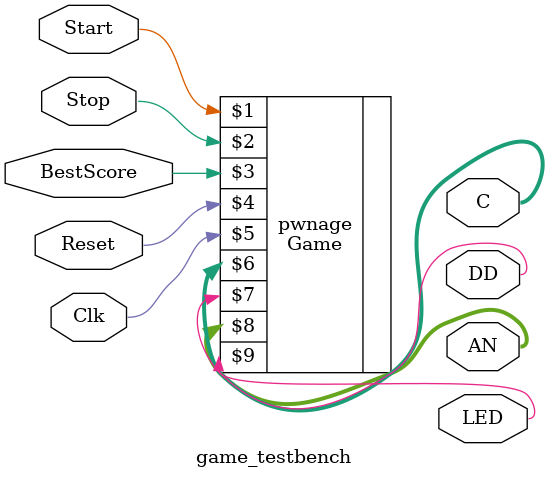
<source format=v>
`timescale 1ns / 1ps
module game_testbench(
    input Start,
    input Stop,
    input BestScore,
	 input Reset,
	 input Clk,   //not like MSen
    output [7:0] C,
    output DD,
    output [3:0] AN,
	 output LED
    );
	 
Game pwnage(Start, Stop, BestScore, Reset, Clk, C, DD, AN, LED);


endmodule

</source>
